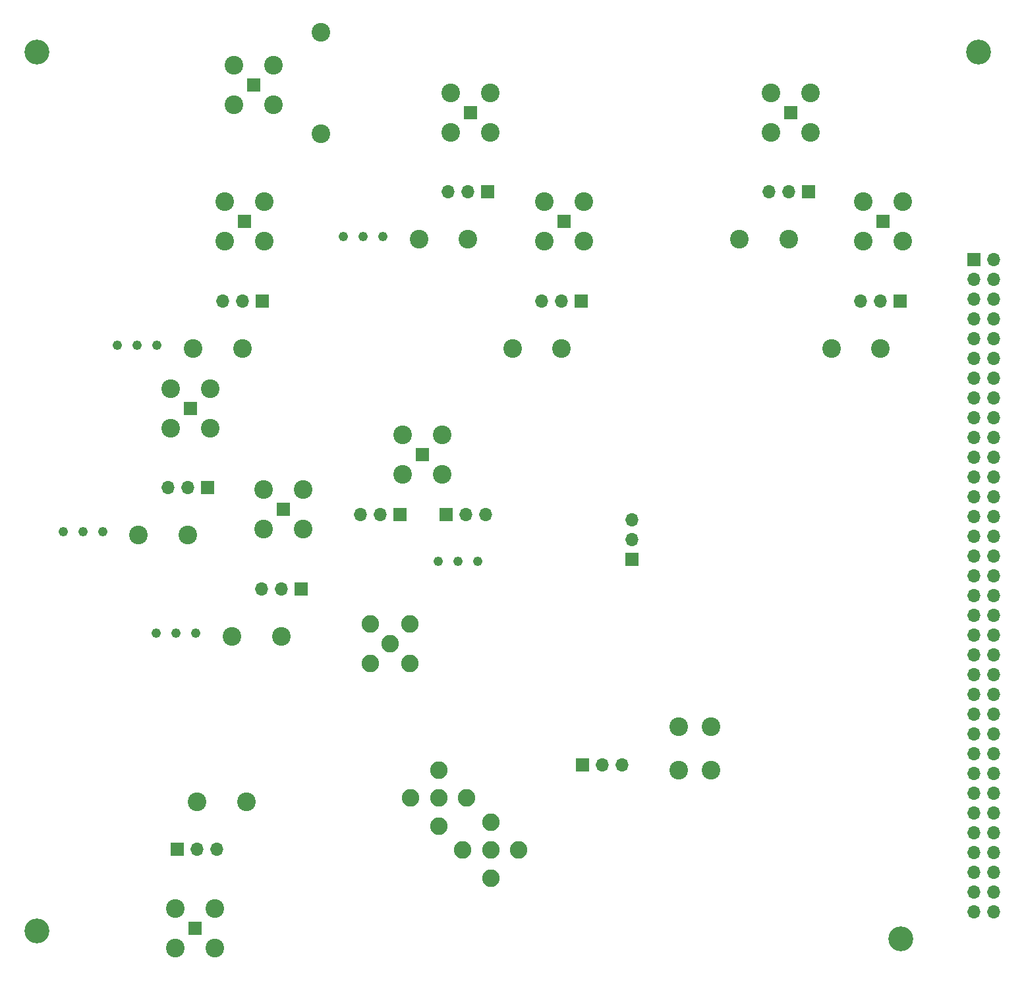
<source format=gbr>
%TF.GenerationSoftware,KiCad,Pcbnew,7.0.1-0*%
%TF.CreationDate,2023-04-17T18:56:11+01:00*%
%TF.ProjectId,cyborg65r2_pcb,6379626f-7267-4363-9572-325f7063622e,rev?*%
%TF.SameCoordinates,Original*%
%TF.FileFunction,Soldermask,Bot*%
%TF.FilePolarity,Negative*%
%FSLAX46Y46*%
G04 Gerber Fmt 4.6, Leading zero omitted, Abs format (unit mm)*
G04 Created by KiCad (PCBNEW 7.0.1-0) date 2023-04-17 18:56:11*
%MOMM*%
%LPD*%
G01*
G04 APERTURE LIST*
%ADD10R,1.785000X1.785000*%
%ADD11C,2.400000*%
%ADD12C,1.240000*%
%ADD13R,1.700000X1.700000*%
%ADD14O,1.700000X1.700000*%
%ADD15C,3.200000*%
%ADD16C,2.250000*%
G04 APERTURE END LIST*
D10*
%TO.C,J19*%
X130700000Y-58800000D03*
D11*
X128160000Y-61340000D03*
X133240000Y-61340000D03*
X133240000Y-56260000D03*
X128160000Y-56260000D03*
%TD*%
D10*
%TO.C,J26*%
X123700000Y-82800000D03*
D11*
X121160000Y-85340000D03*
X126240000Y-85340000D03*
X126240000Y-80260000D03*
X121160000Y-80260000D03*
%TD*%
%TO.C,J42*%
X186480000Y-123680000D03*
%TD*%
%TO.C,J9*%
X171400000Y-75100000D03*
%TD*%
%TO.C,J21*%
X135400000Y-112100000D03*
%TD*%
D12*
%TO.C,VR2*%
X119370000Y-111700000D03*
X121910000Y-111700000D03*
X124450000Y-111700000D03*
%TD*%
D13*
%TO.C,J38*%
X150625000Y-96500000D03*
D14*
X148085000Y-96500000D03*
X145545000Y-96500000D03*
%TD*%
D13*
%TO.C,J41*%
X180460000Y-102245000D03*
D14*
X180460000Y-99705000D03*
X180460000Y-97165000D03*
%TD*%
D15*
%TO.C,H1*%
X104000000Y-37000000D03*
%TD*%
D11*
%TO.C,J1*%
X212400000Y-75100000D03*
%TD*%
%TO.C,J29*%
X159400000Y-61100000D03*
%TD*%
D13*
%TO.C,J36*%
X156575000Y-96500000D03*
D14*
X159115000Y-96500000D03*
X161655000Y-96500000D03*
%TD*%
D16*
%TO.C,J47*%
X149360000Y-113060000D03*
X151900000Y-115600000D03*
X151900000Y-110520000D03*
X146820000Y-110520000D03*
X146820000Y-115600000D03*
%TD*%
D10*
%TO.C,J15*%
X124290000Y-149660000D03*
D11*
X126830000Y-147120000D03*
X121750000Y-147120000D03*
X121750000Y-152200000D03*
X126830000Y-152200000D03*
%TD*%
%TO.C,J17*%
X130400000Y-75100000D03*
%TD*%
%TO.C,J2*%
X206100000Y-75100000D03*
%TD*%
%TO.C,J23*%
X123400000Y-99100000D03*
%TD*%
%TO.C,J18*%
X124090000Y-75100000D03*
%TD*%
D13*
%TO.C,J20*%
X132930000Y-69000000D03*
D14*
X130390000Y-69000000D03*
X127850000Y-69000000D03*
%TD*%
D11*
%TO.C,J13*%
X124590000Y-133360000D03*
%TD*%
D10*
%TO.C,J37*%
X153520000Y-88770000D03*
D11*
X150980000Y-91310000D03*
X156060000Y-91310000D03*
X156060000Y-86230000D03*
X150980000Y-86230000D03*
%TD*%
D13*
%TO.C,J48*%
X174070000Y-128670000D03*
D14*
X176610000Y-128670000D03*
X179150000Y-128670000D03*
%TD*%
D11*
%TO.C,J14*%
X130900000Y-133360000D03*
%TD*%
%TO.C,J24*%
X117080000Y-99100000D03*
%TD*%
D15*
%TO.C,H2*%
X225000000Y-37000000D03*
%TD*%
D10*
%TO.C,J11*%
X171700000Y-58800000D03*
D11*
X169160000Y-61340000D03*
X174240000Y-61340000D03*
X174240000Y-56260000D03*
X169160000Y-56260000D03*
%TD*%
D13*
%TO.C,J16*%
X122060000Y-139460000D03*
D14*
X124600000Y-139460000D03*
X127140000Y-139460000D03*
%TD*%
D16*
%TO.C,J40*%
X162320000Y-139572102D03*
X165912102Y-139572102D03*
X162320000Y-135980000D03*
X158727898Y-139572102D03*
X162320000Y-143164204D03*
%TD*%
D13*
%TO.C,J27*%
X137930000Y-106000000D03*
D14*
X135390000Y-106000000D03*
X132850000Y-106000000D03*
%TD*%
D11*
%TO.C,J43*%
X190630000Y-123690000D03*
%TD*%
D10*
%TO.C,J7*%
X200900000Y-44800000D03*
D11*
X198360000Y-47340000D03*
X203440000Y-47340000D03*
X203440000Y-42260000D03*
X198360000Y-42260000D03*
%TD*%
D12*
%TO.C,VR1*%
X114370000Y-74700000D03*
X116910000Y-74700000D03*
X119450000Y-74700000D03*
%TD*%
D11*
%TO.C,J34*%
X140500000Y-34500000D03*
%TD*%
D13*
%TO.C,J4*%
X214940000Y-69000000D03*
D14*
X212400000Y-69000000D03*
X209860000Y-69000000D03*
%TD*%
D11*
%TO.C,J5*%
X200610000Y-61100000D03*
%TD*%
%TO.C,J44*%
X186490000Y-129330000D03*
%TD*%
D13*
%TO.C,J28*%
X125930000Y-93000000D03*
D14*
X123390000Y-93000000D03*
X120850000Y-93000000D03*
%TD*%
D13*
%TO.C,J8*%
X203140000Y-55000000D03*
D14*
X200600000Y-55000000D03*
X198060000Y-55000000D03*
%TD*%
D11*
%TO.C,J6*%
X194300000Y-61100000D03*
%TD*%
D12*
%TO.C,VR4*%
X143370000Y-60700000D03*
X145910000Y-60700000D03*
X148450000Y-60700000D03*
%TD*%
D13*
%TO.C,J46*%
X224370000Y-63670000D03*
D14*
X226910000Y-63670000D03*
X224370000Y-66210000D03*
X226910000Y-66210000D03*
X224370000Y-68750000D03*
X226910000Y-68750000D03*
X224370000Y-71290000D03*
X226910000Y-71290000D03*
X224370000Y-73830000D03*
X226910000Y-73830000D03*
X224370000Y-76370000D03*
X226910000Y-76370000D03*
X224370000Y-78910000D03*
X226910000Y-78910000D03*
X224370000Y-81450000D03*
X226910000Y-81450000D03*
X224370000Y-83990000D03*
X226910000Y-83990000D03*
X224370000Y-86530000D03*
X226910000Y-86530000D03*
X224370000Y-89070000D03*
X226910000Y-89070000D03*
X224370000Y-91610000D03*
X226910000Y-91610000D03*
X224370000Y-94150000D03*
X226910000Y-94150000D03*
X224370000Y-96690000D03*
X226910000Y-96690000D03*
X224370000Y-99230000D03*
X226910000Y-99230000D03*
X224370000Y-101770000D03*
X226910000Y-101770000D03*
X224370000Y-104310000D03*
X226910000Y-104310000D03*
X224370000Y-106850000D03*
X226910000Y-106850000D03*
X224370000Y-109390000D03*
X226910000Y-109390000D03*
X224370000Y-111930000D03*
X226910000Y-111930000D03*
X224370000Y-114470000D03*
X226910000Y-114470000D03*
X224370000Y-117010000D03*
X226910000Y-117010000D03*
X224370000Y-119550000D03*
X226910000Y-119550000D03*
X224370000Y-122090000D03*
X226910000Y-122090000D03*
X224370000Y-124630000D03*
X226910000Y-124630000D03*
X224370000Y-127170000D03*
X226910000Y-127170000D03*
X224370000Y-129710000D03*
X226910000Y-129710000D03*
X224370000Y-132250000D03*
X226910000Y-132250000D03*
X224370000Y-134790000D03*
X226910000Y-134790000D03*
X224370000Y-137330000D03*
X226910000Y-137330000D03*
X224370000Y-139870000D03*
X226910000Y-139870000D03*
X224370000Y-142410000D03*
X226910000Y-142410000D03*
X224370000Y-144950000D03*
X226910000Y-144950000D03*
X224370000Y-147490000D03*
X226910000Y-147490000D03*
%TD*%
D11*
%TO.C,J35*%
X140500000Y-47500000D03*
%TD*%
%TO.C,J22*%
X129080000Y-112100000D03*
%TD*%
D10*
%TO.C,J3*%
X212700000Y-58800000D03*
D11*
X210160000Y-61340000D03*
X215240000Y-61340000D03*
X215240000Y-56260000D03*
X210160000Y-56260000D03*
%TD*%
D16*
%TO.C,J39*%
X155612102Y-132872102D03*
X159204204Y-132872102D03*
X155612102Y-129280000D03*
X152020000Y-132872102D03*
X155612102Y-136464204D03*
%TD*%
D10*
%TO.C,J25*%
X135700000Y-95800000D03*
D11*
X133160000Y-98340000D03*
X138240000Y-98340000D03*
X138240000Y-93260000D03*
X133160000Y-93260000D03*
%TD*%
%TO.C,J10*%
X165100000Y-75100000D03*
%TD*%
D15*
%TO.C,H3*%
X104000000Y-150000000D03*
%TD*%
D12*
%TO.C,VR3*%
X107370000Y-98700000D03*
X109910000Y-98700000D03*
X112450000Y-98700000D03*
%TD*%
D13*
%TO.C,J12*%
X173935000Y-69000000D03*
D14*
X171395000Y-69000000D03*
X168855000Y-69000000D03*
%TD*%
D10*
%TO.C,J31*%
X159700000Y-44800000D03*
D11*
X157160000Y-47340000D03*
X162240000Y-47340000D03*
X162240000Y-42260000D03*
X157160000Y-42260000D03*
%TD*%
D15*
%TO.C,H4*%
X215000000Y-151000000D03*
%TD*%
D12*
%TO.C,VR5*%
X155560000Y-102500000D03*
X158100000Y-102500000D03*
X160640000Y-102500000D03*
%TD*%
D10*
%TO.C,J33*%
X131820000Y-41250000D03*
D11*
X134360000Y-43790000D03*
X134360000Y-38710000D03*
X129280000Y-38710000D03*
X129280000Y-43790000D03*
%TD*%
D13*
%TO.C,J32*%
X161930000Y-55000000D03*
D14*
X159390000Y-55000000D03*
X156850000Y-55000000D03*
%TD*%
D11*
%TO.C,J30*%
X153080000Y-61100000D03*
%TD*%
%TO.C,J45*%
X190630000Y-129330000D03*
%TD*%
M02*

</source>
